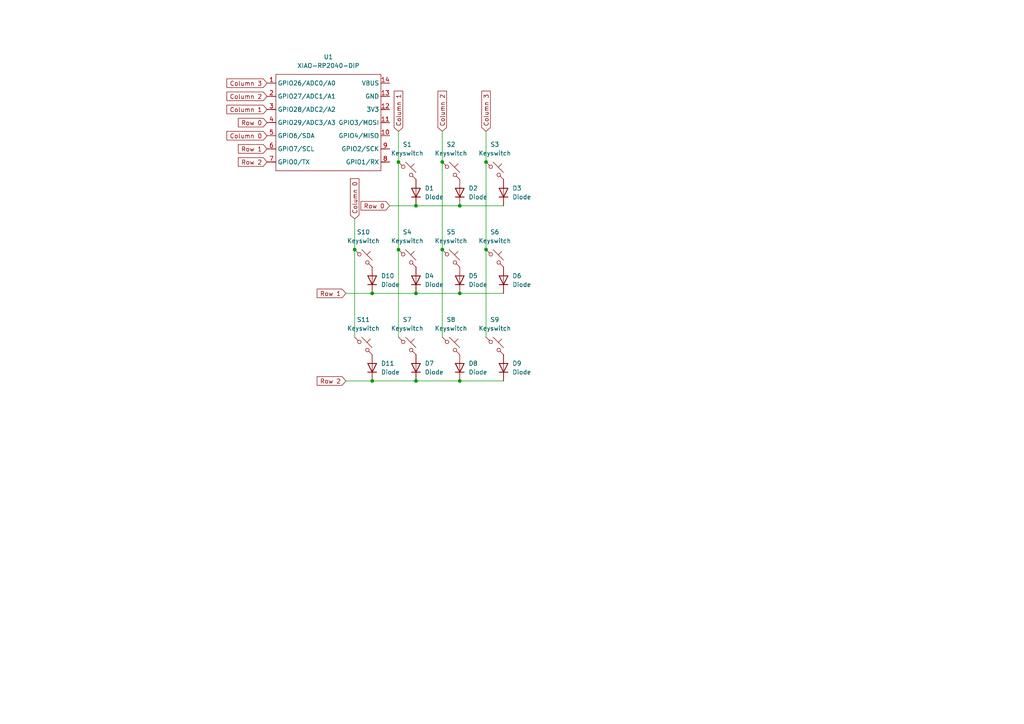
<source format=kicad_sch>
(kicad_sch
	(version 20231120)
	(generator "eeschema")
	(generator_version "8.0")
	(uuid "aa8b1f53-7026-4ed3-9d0f-7cfd843c942f")
	(paper "A4")
	(title_block
		(title "Hackpad v2 - Macropad")
		(rev "1")
		(company "sidsenthilexe")
	)
	(lib_symbols
		(symbol "ScottoKeebs:Placeholder_Diode"
			(pin_numbers hide)
			(pin_names hide)
			(exclude_from_sim no)
			(in_bom yes)
			(on_board yes)
			(property "Reference" "D"
				(at 0 2.54 0)
				(effects
					(font
						(size 1.27 1.27)
					)
				)
			)
			(property "Value" "Diode"
				(at 0 -2.54 0)
				(effects
					(font
						(size 1.27 1.27)
					)
				)
			)
			(property "Footprint" ""
				(at 0 0 0)
				(effects
					(font
						(size 1.27 1.27)
					)
					(hide yes)
				)
			)
			(property "Datasheet" ""
				(at 0 0 0)
				(effects
					(font
						(size 1.27 1.27)
					)
					(hide yes)
				)
			)
			(property "Description" "1N4148 (DO-35) or 1N4148W (SOD-123)"
				(at 0 0 0)
				(effects
					(font
						(size 1.27 1.27)
					)
					(hide yes)
				)
			)
			(property "Sim.Device" "D"
				(at 0 0 0)
				(effects
					(font
						(size 1.27 1.27)
					)
					(hide yes)
				)
			)
			(property "Sim.Pins" "1=K 2=A"
				(at 0 0 0)
				(effects
					(font
						(size 1.27 1.27)
					)
					(hide yes)
				)
			)
			(property "ki_keywords" "diode"
				(at 0 0 0)
				(effects
					(font
						(size 1.27 1.27)
					)
					(hide yes)
				)
			)
			(property "ki_fp_filters" "D*DO?35*"
				(at 0 0 0)
				(effects
					(font
						(size 1.27 1.27)
					)
					(hide yes)
				)
			)
			(symbol "Placeholder_Diode_0_1"
				(polyline
					(pts
						(xy -1.27 1.27) (xy -1.27 -1.27)
					)
					(stroke
						(width 0.254)
						(type default)
					)
					(fill
						(type none)
					)
				)
				(polyline
					(pts
						(xy 1.27 0) (xy -1.27 0)
					)
					(stroke
						(width 0)
						(type default)
					)
					(fill
						(type none)
					)
				)
				(polyline
					(pts
						(xy 1.27 1.27) (xy 1.27 -1.27) (xy -1.27 0) (xy 1.27 1.27)
					)
					(stroke
						(width 0.254)
						(type default)
					)
					(fill
						(type none)
					)
				)
			)
			(symbol "Placeholder_Diode_1_1"
				(pin passive line
					(at -3.81 0 0)
					(length 2.54)
					(name "K"
						(effects
							(font
								(size 1.27 1.27)
							)
						)
					)
					(number "1"
						(effects
							(font
								(size 1.27 1.27)
							)
						)
					)
				)
				(pin passive line
					(at 3.81 0 180)
					(length 2.54)
					(name "A"
						(effects
							(font
								(size 1.27 1.27)
							)
						)
					)
					(number "2"
						(effects
							(font
								(size 1.27 1.27)
							)
						)
					)
				)
			)
		)
		(symbol "ScottoKeebs:Placeholder_Keyswitch"
			(pin_numbers hide)
			(pin_names
				(offset 1.016) hide)
			(exclude_from_sim no)
			(in_bom yes)
			(on_board yes)
			(property "Reference" "S"
				(at 3.048 1.016 0)
				(effects
					(font
						(size 1.27 1.27)
					)
					(justify left)
				)
			)
			(property "Value" "Keyswitch"
				(at 0 -3.81 0)
				(effects
					(font
						(size 1.27 1.27)
					)
				)
			)
			(property "Footprint" ""
				(at 0 0 0)
				(effects
					(font
						(size 1.27 1.27)
					)
					(hide yes)
				)
			)
			(property "Datasheet" "~"
				(at 0 0 0)
				(effects
					(font
						(size 1.27 1.27)
					)
					(hide yes)
				)
			)
			(property "Description" "Push button switch, normally open, two pins, 45° tilted"
				(at 0 0 0)
				(effects
					(font
						(size 1.27 1.27)
					)
					(hide yes)
				)
			)
			(property "ki_keywords" "switch normally-open pushbutton push-button"
				(at 0 0 0)
				(effects
					(font
						(size 1.27 1.27)
					)
					(hide yes)
				)
			)
			(symbol "Placeholder_Keyswitch_0_1"
				(circle
					(center -1.1684 1.1684)
					(radius 0.508)
					(stroke
						(width 0)
						(type default)
					)
					(fill
						(type none)
					)
				)
				(polyline
					(pts
						(xy -0.508 2.54) (xy 2.54 -0.508)
					)
					(stroke
						(width 0)
						(type default)
					)
					(fill
						(type none)
					)
				)
				(polyline
					(pts
						(xy 1.016 1.016) (xy 2.032 2.032)
					)
					(stroke
						(width 0)
						(type default)
					)
					(fill
						(type none)
					)
				)
				(polyline
					(pts
						(xy -2.54 2.54) (xy -1.524 1.524) (xy -1.524 1.524)
					)
					(stroke
						(width 0)
						(type default)
					)
					(fill
						(type none)
					)
				)
				(polyline
					(pts
						(xy 1.524 -1.524) (xy 2.54 -2.54) (xy 2.54 -2.54) (xy 2.54 -2.54)
					)
					(stroke
						(width 0)
						(type default)
					)
					(fill
						(type none)
					)
				)
				(circle
					(center 1.143 -1.1938)
					(radius 0.508)
					(stroke
						(width 0)
						(type default)
					)
					(fill
						(type none)
					)
				)
				(pin passive line
					(at -2.54 2.54 0)
					(length 0)
					(name "1"
						(effects
							(font
								(size 1.27 1.27)
							)
						)
					)
					(number "1"
						(effects
							(font
								(size 1.27 1.27)
							)
						)
					)
				)
				(pin passive line
					(at 2.54 -2.54 180)
					(length 0)
					(name "2"
						(effects
							(font
								(size 1.27 1.27)
							)
						)
					)
					(number "2"
						(effects
							(font
								(size 1.27 1.27)
							)
						)
					)
				)
			)
		)
		(symbol "Seeed_Studio_XIAO_Series:XIAO-RP2040-DIP"
			(exclude_from_sim no)
			(in_bom yes)
			(on_board yes)
			(property "Reference" "U"
				(at 0 0 0)
				(effects
					(font
						(size 1.27 1.27)
					)
				)
			)
			(property "Value" "XIAO-RP2040-DIP"
				(at 5.334 -1.778 0)
				(effects
					(font
						(size 1.27 1.27)
					)
				)
			)
			(property "Footprint" "Module:MOUDLE14P-XIAO-DIP-SMD"
				(at 14.478 -32.258 0)
				(effects
					(font
						(size 1.27 1.27)
					)
					(hide yes)
				)
			)
			(property "Datasheet" ""
				(at 0 0 0)
				(effects
					(font
						(size 1.27 1.27)
					)
					(hide yes)
				)
			)
			(property "Description" ""
				(at 0 0 0)
				(effects
					(font
						(size 1.27 1.27)
					)
					(hide yes)
				)
			)
			(symbol "XIAO-RP2040-DIP_1_0"
				(polyline
					(pts
						(xy -1.27 -30.48) (xy -1.27 -16.51)
					)
					(stroke
						(width 0.1524)
						(type solid)
					)
					(fill
						(type none)
					)
				)
				(polyline
					(pts
						(xy -1.27 -27.94) (xy -2.54 -27.94)
					)
					(stroke
						(width 0.1524)
						(type solid)
					)
					(fill
						(type none)
					)
				)
				(polyline
					(pts
						(xy -1.27 -24.13) (xy -2.54 -24.13)
					)
					(stroke
						(width 0.1524)
						(type solid)
					)
					(fill
						(type none)
					)
				)
				(polyline
					(pts
						(xy -1.27 -20.32) (xy -2.54 -20.32)
					)
					(stroke
						(width 0.1524)
						(type solid)
					)
					(fill
						(type none)
					)
				)
				(polyline
					(pts
						(xy -1.27 -16.51) (xy -2.54 -16.51)
					)
					(stroke
						(width 0.1524)
						(type solid)
					)
					(fill
						(type none)
					)
				)
				(polyline
					(pts
						(xy -1.27 -16.51) (xy -1.27 -12.7)
					)
					(stroke
						(width 0.1524)
						(type solid)
					)
					(fill
						(type none)
					)
				)
				(polyline
					(pts
						(xy -1.27 -12.7) (xy -2.54 -12.7)
					)
					(stroke
						(width 0.1524)
						(type solid)
					)
					(fill
						(type none)
					)
				)
				(polyline
					(pts
						(xy -1.27 -12.7) (xy -1.27 -8.89)
					)
					(stroke
						(width 0.1524)
						(type solid)
					)
					(fill
						(type none)
					)
				)
				(polyline
					(pts
						(xy -1.27 -8.89) (xy -2.54 -8.89)
					)
					(stroke
						(width 0.1524)
						(type solid)
					)
					(fill
						(type none)
					)
				)
				(polyline
					(pts
						(xy -1.27 -8.89) (xy -1.27 -5.08)
					)
					(stroke
						(width 0.1524)
						(type solid)
					)
					(fill
						(type none)
					)
				)
				(polyline
					(pts
						(xy -1.27 -5.08) (xy -2.54 -5.08)
					)
					(stroke
						(width 0.1524)
						(type solid)
					)
					(fill
						(type none)
					)
				)
				(polyline
					(pts
						(xy -1.27 -5.08) (xy -1.27 -2.54)
					)
					(stroke
						(width 0.1524)
						(type solid)
					)
					(fill
						(type none)
					)
				)
				(polyline
					(pts
						(xy -1.27 -2.54) (xy 29.21 -2.54)
					)
					(stroke
						(width 0.1524)
						(type solid)
					)
					(fill
						(type none)
					)
				)
				(polyline
					(pts
						(xy 29.21 -30.48) (xy -1.27 -30.48)
					)
					(stroke
						(width 0.1524)
						(type solid)
					)
					(fill
						(type none)
					)
				)
				(polyline
					(pts
						(xy 29.21 -12.7) (xy 29.21 -30.48)
					)
					(stroke
						(width 0.1524)
						(type solid)
					)
					(fill
						(type none)
					)
				)
				(polyline
					(pts
						(xy 29.21 -8.89) (xy 29.21 -12.7)
					)
					(stroke
						(width 0.1524)
						(type solid)
					)
					(fill
						(type none)
					)
				)
				(polyline
					(pts
						(xy 29.21 -5.08) (xy 29.21 -8.89)
					)
					(stroke
						(width 0.1524)
						(type solid)
					)
					(fill
						(type none)
					)
				)
				(polyline
					(pts
						(xy 29.21 -2.54) (xy 29.21 -5.08)
					)
					(stroke
						(width 0.1524)
						(type solid)
					)
					(fill
						(type none)
					)
				)
				(polyline
					(pts
						(xy 30.48 -27.94) (xy 29.21 -27.94)
					)
					(stroke
						(width 0.1524)
						(type solid)
					)
					(fill
						(type none)
					)
				)
				(polyline
					(pts
						(xy 30.48 -24.13) (xy 29.21 -24.13)
					)
					(stroke
						(width 0.1524)
						(type solid)
					)
					(fill
						(type none)
					)
				)
				(polyline
					(pts
						(xy 30.48 -20.32) (xy 29.21 -20.32)
					)
					(stroke
						(width 0.1524)
						(type solid)
					)
					(fill
						(type none)
					)
				)
				(polyline
					(pts
						(xy 30.48 -16.51) (xy 29.21 -16.51)
					)
					(stroke
						(width 0.1524)
						(type solid)
					)
					(fill
						(type none)
					)
				)
				(polyline
					(pts
						(xy 30.48 -12.7) (xy 29.21 -12.7)
					)
					(stroke
						(width 0.1524)
						(type solid)
					)
					(fill
						(type none)
					)
				)
				(polyline
					(pts
						(xy 30.48 -8.89) (xy 29.21 -8.89)
					)
					(stroke
						(width 0.1524)
						(type solid)
					)
					(fill
						(type none)
					)
				)
				(polyline
					(pts
						(xy 30.48 -5.08) (xy 29.21 -5.08)
					)
					(stroke
						(width 0.1524)
						(type solid)
					)
					(fill
						(type none)
					)
				)
				(pin passive line
					(at -3.81 -5.08 0)
					(length 2.54)
					(name "GPIO26/ADC0/A0"
						(effects
							(font
								(size 1.27 1.27)
							)
						)
					)
					(number "1"
						(effects
							(font
								(size 1.27 1.27)
							)
						)
					)
				)
				(pin passive line
					(at 31.75 -20.32 180)
					(length 2.54)
					(name "GPIO4/MISO"
						(effects
							(font
								(size 1.27 1.27)
							)
						)
					)
					(number "10"
						(effects
							(font
								(size 1.27 1.27)
							)
						)
					)
				)
				(pin passive line
					(at 31.75 -16.51 180)
					(length 2.54)
					(name "GPIO3/MOSI"
						(effects
							(font
								(size 1.27 1.27)
							)
						)
					)
					(number "11"
						(effects
							(font
								(size 1.27 1.27)
							)
						)
					)
				)
				(pin passive line
					(at 31.75 -12.7 180)
					(length 2.54)
					(name "3V3"
						(effects
							(font
								(size 1.27 1.27)
							)
						)
					)
					(number "12"
						(effects
							(font
								(size 1.27 1.27)
							)
						)
					)
				)
				(pin passive line
					(at 31.75 -8.89 180)
					(length 2.54)
					(name "GND"
						(effects
							(font
								(size 1.27 1.27)
							)
						)
					)
					(number "13"
						(effects
							(font
								(size 1.27 1.27)
							)
						)
					)
				)
				(pin passive line
					(at 31.75 -5.08 180)
					(length 2.54)
					(name "VBUS"
						(effects
							(font
								(size 1.27 1.27)
							)
						)
					)
					(number "14"
						(effects
							(font
								(size 1.27 1.27)
							)
						)
					)
				)
				(pin passive line
					(at -3.81 -8.89 0)
					(length 2.54)
					(name "GPIO27/ADC1/A1"
						(effects
							(font
								(size 1.27 1.27)
							)
						)
					)
					(number "2"
						(effects
							(font
								(size 1.27 1.27)
							)
						)
					)
				)
				(pin passive line
					(at -3.81 -12.7 0)
					(length 2.54)
					(name "GPIO28/ADC2/A2"
						(effects
							(font
								(size 1.27 1.27)
							)
						)
					)
					(number "3"
						(effects
							(font
								(size 1.27 1.27)
							)
						)
					)
				)
				(pin passive line
					(at -3.81 -16.51 0)
					(length 2.54)
					(name "GPIO29/ADC3/A3"
						(effects
							(font
								(size 1.27 1.27)
							)
						)
					)
					(number "4"
						(effects
							(font
								(size 1.27 1.27)
							)
						)
					)
				)
				(pin passive line
					(at -3.81 -20.32 0)
					(length 2.54)
					(name "GPIO6/SDA"
						(effects
							(font
								(size 1.27 1.27)
							)
						)
					)
					(number "5"
						(effects
							(font
								(size 1.27 1.27)
							)
						)
					)
				)
				(pin passive line
					(at -3.81 -24.13 0)
					(length 2.54)
					(name "GPIO7/SCL"
						(effects
							(font
								(size 1.27 1.27)
							)
						)
					)
					(number "6"
						(effects
							(font
								(size 1.27 1.27)
							)
						)
					)
				)
				(pin passive line
					(at -3.81 -27.94 0)
					(length 2.54)
					(name "GPIO0/TX"
						(effects
							(font
								(size 1.27 1.27)
							)
						)
					)
					(number "7"
						(effects
							(font
								(size 1.27 1.27)
							)
						)
					)
				)
				(pin passive line
					(at 31.75 -27.94 180)
					(length 2.54)
					(name "GPIO1/RX"
						(effects
							(font
								(size 1.27 1.27)
							)
						)
					)
					(number "8"
						(effects
							(font
								(size 1.27 1.27)
							)
						)
					)
				)
				(pin passive line
					(at 31.75 -24.13 180)
					(length 2.54)
					(name "GPIO2/SCK"
						(effects
							(font
								(size 1.27 1.27)
							)
						)
					)
					(number "9"
						(effects
							(font
								(size 1.27 1.27)
							)
						)
					)
				)
			)
		)
	)
	(junction
		(at 120.65 59.69)
		(diameter 0)
		(color 0 0 0 0)
		(uuid "1aa4bf0a-71e7-48b7-a35f-8550e1259580")
	)
	(junction
		(at 107.95 85.09)
		(diameter 0)
		(color 0 0 0 0)
		(uuid "1fa13881-2ac5-4337-acf4-c2318c7b6f6b")
	)
	(junction
		(at 133.35 110.49)
		(diameter 0)
		(color 0 0 0 0)
		(uuid "22e3bb13-c240-4556-b02b-6f52075faa28")
	)
	(junction
		(at 102.87 72.39)
		(diameter 0)
		(color 0 0 0 0)
		(uuid "2462519a-d7b9-4f09-acd2-df33178b11a1")
	)
	(junction
		(at 128.27 72.39)
		(diameter 0)
		(color 0 0 0 0)
		(uuid "3c75ce68-8bca-464b-ae92-8c3fb8132ea8")
	)
	(junction
		(at 140.97 72.39)
		(diameter 0)
		(color 0 0 0 0)
		(uuid "8034eb9a-b67e-444b-a002-d7085d6916cf")
	)
	(junction
		(at 115.57 46.99)
		(diameter 0)
		(color 0 0 0 0)
		(uuid "9e9fd109-6c2f-41a6-b4b1-68237f6875b2")
	)
	(junction
		(at 120.65 110.49)
		(diameter 0)
		(color 0 0 0 0)
		(uuid "b43af174-9c07-45ab-b37b-40cc249cc85d")
	)
	(junction
		(at 133.35 59.69)
		(diameter 0)
		(color 0 0 0 0)
		(uuid "b60596d1-16cf-4a0e-903e-f95fb2f22757")
	)
	(junction
		(at 133.35 85.09)
		(diameter 0)
		(color 0 0 0 0)
		(uuid "c225f611-ff2c-40b6-9b3b-db4a5aa23698")
	)
	(junction
		(at 120.65 85.09)
		(diameter 0)
		(color 0 0 0 0)
		(uuid "c6422188-506c-417b-b6f9-a9b0f8e67c08")
	)
	(junction
		(at 140.97 46.99)
		(diameter 0)
		(color 0 0 0 0)
		(uuid "cea2d8cf-5793-43ca-ae29-b2009a978adf")
	)
	(junction
		(at 115.57 72.39)
		(diameter 0)
		(color 0 0 0 0)
		(uuid "e2737ce5-7ebf-432f-9d76-9ec209692a4a")
	)
	(junction
		(at 128.27 46.99)
		(diameter 0)
		(color 0 0 0 0)
		(uuid "ebd2feed-79d0-46f5-a49f-6979359c9bc5")
	)
	(junction
		(at 107.95 110.49)
		(diameter 0)
		(color 0 0 0 0)
		(uuid "fcd243e7-def7-4afb-a8c8-28b214864187")
	)
	(wire
		(pts
			(xy 120.65 59.69) (xy 133.35 59.69)
		)
		(stroke
			(width 0)
			(type default)
		)
		(uuid "0374afb8-41d8-4c78-86d6-236239966fb4")
	)
	(wire
		(pts
			(xy 120.65 110.49) (xy 133.35 110.49)
		)
		(stroke
			(width 0)
			(type default)
		)
		(uuid "0442b29d-fc71-48e8-9c2c-2996f3f07f42")
	)
	(wire
		(pts
			(xy 115.57 46.99) (xy 115.57 72.39)
		)
		(stroke
			(width 0)
			(type default)
		)
		(uuid "10ce7188-ce6b-4f17-a217-9177a1e9ba1f")
	)
	(wire
		(pts
			(xy 140.97 72.39) (xy 140.97 97.79)
		)
		(stroke
			(width 0)
			(type default)
		)
		(uuid "12d195a0-5786-447e-a6d8-f4889747dddc")
	)
	(wire
		(pts
			(xy 133.35 59.69) (xy 146.05 59.69)
		)
		(stroke
			(width 0)
			(type default)
		)
		(uuid "1b666e79-b6b9-4fe4-9c87-904c7ff5c5e3")
	)
	(wire
		(pts
			(xy 102.87 72.39) (xy 102.87 97.79)
		)
		(stroke
			(width 0)
			(type default)
		)
		(uuid "2e8a0aca-5536-456a-9743-5bde42b56835")
	)
	(wire
		(pts
			(xy 115.57 38.1) (xy 115.57 46.99)
		)
		(stroke
			(width 0)
			(type default)
		)
		(uuid "2f477ce5-b374-40e3-8164-1b505099f334")
	)
	(wire
		(pts
			(xy 107.95 85.09) (xy 120.65 85.09)
		)
		(stroke
			(width 0)
			(type default)
		)
		(uuid "5250b40b-80f2-4276-a7c7-073055058353")
	)
	(wire
		(pts
			(xy 102.87 63.5) (xy 102.87 72.39)
		)
		(stroke
			(width 0)
			(type default)
		)
		(uuid "55cba9c2-e7ca-4ff2-9b69-6a201da3bac4")
	)
	(wire
		(pts
			(xy 128.27 46.99) (xy 128.27 72.39)
		)
		(stroke
			(width 0)
			(type default)
		)
		(uuid "58785dcf-492c-4bf4-a95e-4f7af4d264bf")
	)
	(wire
		(pts
			(xy 128.27 38.1) (xy 128.27 46.99)
		)
		(stroke
			(width 0)
			(type default)
		)
		(uuid "6a2694cb-dac7-4ed8-9d43-70a50b1a2888")
	)
	(wire
		(pts
			(xy 115.57 72.39) (xy 115.57 97.79)
		)
		(stroke
			(width 0)
			(type default)
		)
		(uuid "70dfbfc5-ef0d-47e0-9afe-032b93ce8073")
	)
	(wire
		(pts
			(xy 133.35 85.09) (xy 146.05 85.09)
		)
		(stroke
			(width 0)
			(type default)
		)
		(uuid "76f37f09-c77e-4491-a1e4-c4952cae4fe6")
	)
	(wire
		(pts
			(xy 140.97 46.99) (xy 140.97 72.39)
		)
		(stroke
			(width 0)
			(type default)
		)
		(uuid "78aa3071-60cc-4e92-8659-007d5e88a265")
	)
	(wire
		(pts
			(xy 100.33 85.09) (xy 107.95 85.09)
		)
		(stroke
			(width 0)
			(type default)
		)
		(uuid "7f63c1b6-b201-4653-a187-1bce7f839c10")
	)
	(wire
		(pts
			(xy 100.33 110.49) (xy 107.95 110.49)
		)
		(stroke
			(width 0)
			(type default)
		)
		(uuid "8bb1b171-dfdc-4945-8878-6a07d9503887")
	)
	(wire
		(pts
			(xy 128.27 72.39) (xy 128.27 97.79)
		)
		(stroke
			(width 0)
			(type default)
		)
		(uuid "94c25146-d116-493d-982e-7825d59d7b11")
	)
	(wire
		(pts
			(xy 140.97 38.1) (xy 140.97 46.99)
		)
		(stroke
			(width 0)
			(type default)
		)
		(uuid "95ae5ef3-4c57-4b7f-b518-12c40c66ac64")
	)
	(wire
		(pts
			(xy 133.35 110.49) (xy 146.05 110.49)
		)
		(stroke
			(width 0)
			(type default)
		)
		(uuid "acd2ef91-1390-4a32-b426-a81ea4045762")
	)
	(wire
		(pts
			(xy 120.65 85.09) (xy 133.35 85.09)
		)
		(stroke
			(width 0)
			(type default)
		)
		(uuid "b16a7163-6898-417c-ab6b-5216be405e20")
	)
	(wire
		(pts
			(xy 113.03 59.69) (xy 120.65 59.69)
		)
		(stroke
			(width 0)
			(type default)
		)
		(uuid "ccabcdc9-cf26-43d2-9124-3691dda53f2c")
	)
	(wire
		(pts
			(xy 107.95 110.49) (xy 120.65 110.49)
		)
		(stroke
			(width 0)
			(type default)
		)
		(uuid "ec49dc2b-f517-4047-9083-90986293cf93")
	)
	(global_label "Row 0"
		(shape input)
		(at 113.03 59.69 180)
		(fields_autoplaced yes)
		(effects
			(font
				(size 1.27 1.27)
			)
			(justify right)
		)
		(uuid "03ecc0fb-7fa9-4d1a-80de-a8fa81c80f03")
		(property "Intersheetrefs" "${INTERSHEET_REFS}"
			(at 104.1182 59.69 0)
			(effects
				(font
					(size 1.27 1.27)
				)
				(justify right)
				(hide yes)
			)
		)
	)
	(global_label "Column 2"
		(shape input)
		(at 128.27 38.1 90)
		(fields_autoplaced yes)
		(effects
			(font
				(size 1.27 1.27)
			)
			(justify left)
		)
		(uuid "1fbce837-fc42-42f4-805a-27e921448e5b")
		(property "Intersheetrefs" "${INTERSHEET_REFS}"
			(at 128.27 25.8622 90)
			(effects
				(font
					(size 1.27 1.27)
				)
				(justify left)
				(hide yes)
			)
		)
	)
	(global_label "Column 3"
		(shape input)
		(at 77.47 24.13 180)
		(fields_autoplaced yes)
		(effects
			(font
				(size 1.27 1.27)
			)
			(justify right)
		)
		(uuid "27c0a1c9-b56d-437f-93a6-27ab7c292263")
		(property "Intersheetrefs" "${INTERSHEET_REFS}"
			(at 65.2322 24.13 0)
			(effects
				(font
					(size 1.27 1.27)
				)
				(justify right)
				(hide yes)
			)
		)
	)
	(global_label "Column 3"
		(shape input)
		(at 140.97 38.1 90)
		(fields_autoplaced yes)
		(effects
			(font
				(size 1.27 1.27)
			)
			(justify left)
		)
		(uuid "30a28248-363d-4487-84c4-a6257376b85d")
		(property "Intersheetrefs" "${INTERSHEET_REFS}"
			(at 140.97 25.8622 90)
			(effects
				(font
					(size 1.27 1.27)
				)
				(justify left)
				(hide yes)
			)
		)
	)
	(global_label "Column 0"
		(shape input)
		(at 77.47 39.37 180)
		(fields_autoplaced yes)
		(effects
			(font
				(size 1.27 1.27)
			)
			(justify right)
		)
		(uuid "3131ae44-b681-473a-802a-e12d781965c3")
		(property "Intersheetrefs" "${INTERSHEET_REFS}"
			(at 65.2322 39.37 0)
			(effects
				(font
					(size 1.27 1.27)
				)
				(justify right)
				(hide yes)
			)
		)
	)
	(global_label "Column 0"
		(shape input)
		(at 102.87 63.5 90)
		(fields_autoplaced yes)
		(effects
			(font
				(size 1.27 1.27)
			)
			(justify left)
		)
		(uuid "4c0d5d4b-95e3-486c-bca6-48ce9b365bb8")
		(property "Intersheetrefs" "${INTERSHEET_REFS}"
			(at 102.87 51.2622 90)
			(effects
				(font
					(size 1.27 1.27)
				)
				(justify left)
				(hide yes)
			)
		)
	)
	(global_label "Row 2"
		(shape input)
		(at 77.47 46.99 180)
		(fields_autoplaced yes)
		(effects
			(font
				(size 1.27 1.27)
			)
			(justify right)
		)
		(uuid "89acfda5-db6a-40f9-a177-3a46c34a6104")
		(property "Intersheetrefs" "${INTERSHEET_REFS}"
			(at 68.5582 46.99 0)
			(effects
				(font
					(size 1.27 1.27)
				)
				(justify right)
				(hide yes)
			)
		)
	)
	(global_label "Row 0"
		(shape input)
		(at 77.47 35.56 180)
		(fields_autoplaced yes)
		(effects
			(font
				(size 1.27 1.27)
			)
			(justify right)
		)
		(uuid "90b87c37-7ab6-41fb-b940-b88cf3122f47")
		(property "Intersheetrefs" "${INTERSHEET_REFS}"
			(at 68.5582 35.56 0)
			(effects
				(font
					(size 1.27 1.27)
				)
				(justify right)
				(hide yes)
			)
		)
	)
	(global_label "Column 1"
		(shape input)
		(at 115.57 38.1 90)
		(fields_autoplaced yes)
		(effects
			(font
				(size 1.27 1.27)
			)
			(justify left)
		)
		(uuid "90eff482-9773-4288-8c1a-1d52cd1d0768")
		(property "Intersheetrefs" "${INTERSHEET_REFS}"
			(at 115.57 25.8622 90)
			(effects
				(font
					(size 1.27 1.27)
				)
				(justify left)
				(hide yes)
			)
		)
	)
	(global_label "Column 2"
		(shape input)
		(at 77.47 27.94 180)
		(fields_autoplaced yes)
		(effects
			(font
				(size 1.27 1.27)
			)
			(justify right)
		)
		(uuid "a7402476-e9bd-4574-b67d-6909aaddd86d")
		(property "Intersheetrefs" "${INTERSHEET_REFS}"
			(at 65.2322 27.94 0)
			(effects
				(font
					(size 1.27 1.27)
				)
				(justify right)
				(hide yes)
			)
		)
	)
	(global_label "Column 1"
		(shape input)
		(at 77.47 31.75 180)
		(fields_autoplaced yes)
		(effects
			(font
				(size 1.27 1.27)
			)
			(justify right)
		)
		(uuid "ac9ee3ea-a001-4fce-83f7-78017c692bc5")
		(property "Intersheetrefs" "${INTERSHEET_REFS}"
			(at 65.2322 31.75 0)
			(effects
				(font
					(size 1.27 1.27)
				)
				(justify right)
				(hide yes)
			)
		)
	)
	(global_label "Row 1"
		(shape input)
		(at 100.33 85.09 180)
		(fields_autoplaced yes)
		(effects
			(font
				(size 1.27 1.27)
			)
			(justify right)
		)
		(uuid "dfd028a2-ce30-4999-a3be-6bb9d9f12bdc")
		(property "Intersheetrefs" "${INTERSHEET_REFS}"
			(at 91.4182 85.09 0)
			(effects
				(font
					(size 1.27 1.27)
				)
				(justify right)
				(hide yes)
			)
		)
	)
	(global_label "Row 2"
		(shape input)
		(at 100.33 110.49 180)
		(fields_autoplaced yes)
		(effects
			(font
				(size 1.27 1.27)
			)
			(justify right)
		)
		(uuid "ebb13e4b-c7c1-485a-be9a-ed7d6cfea49f")
		(property "Intersheetrefs" "${INTERSHEET_REFS}"
			(at 91.4182 110.49 0)
			(effects
				(font
					(size 1.27 1.27)
				)
				(justify right)
				(hide yes)
			)
		)
	)
	(global_label "Row 1"
		(shape input)
		(at 77.47 43.18 180)
		(fields_autoplaced yes)
		(effects
			(font
				(size 1.27 1.27)
			)
			(justify right)
		)
		(uuid "ff5b0619-7130-409e-893d-16db91fba7bd")
		(property "Intersheetrefs" "${INTERSHEET_REFS}"
			(at 68.5582 43.18 0)
			(effects
				(font
					(size 1.27 1.27)
				)
				(justify right)
				(hide yes)
			)
		)
	)
	(symbol
		(lib_id "ScottoKeebs:Placeholder_Keyswitch")
		(at 118.11 74.93 0)
		(unit 1)
		(exclude_from_sim no)
		(in_bom yes)
		(on_board yes)
		(dnp no)
		(fields_autoplaced yes)
		(uuid "057bfc5d-ad58-43f4-9f95-9549c3f7d7cf")
		(property "Reference" "S4"
			(at 118.11 67.31 0)
			(effects
				(font
					(size 1.27 1.27)
				)
			)
		)
		(property "Value" "Keyswitch"
			(at 118.11 69.85 0)
			(effects
				(font
					(size 1.27 1.27)
				)
			)
		)
		(property "Footprint" "ScottoKeebs_MX:MX_PCB_1.00u"
			(at 118.11 74.93 0)
			(effects
				(font
					(size 1.27 1.27)
				)
				(hide yes)
			)
		)
		(property "Datasheet" "~"
			(at 118.11 74.93 0)
			(effects
				(font
					(size 1.27 1.27)
				)
				(hide yes)
			)
		)
		(property "Description" "Push button switch, normally open, two pins, 45° tilted"
			(at 118.11 74.93 0)
			(effects
				(font
					(size 1.27 1.27)
				)
				(hide yes)
			)
		)
		(pin "1"
			(uuid "1dac6a19-bdd4-48f2-9ad2-7143cc3376ad")
		)
		(pin "2"
			(uuid "57e5881d-f081-4737-a96e-12a0d6354ba4")
		)
		(instances
			(project "hackpad_macro"
				(path "/aa8b1f53-7026-4ed3-9d0f-7cfd843c942f"
					(reference "S4")
					(unit 1)
				)
			)
		)
	)
	(symbol
		(lib_id "ScottoKeebs:Placeholder_Diode")
		(at 133.35 106.68 90)
		(unit 1)
		(exclude_from_sim no)
		(in_bom yes)
		(on_board yes)
		(dnp no)
		(fields_autoplaced yes)
		(uuid "06e93b29-cfe8-4591-8ace-e814ee3f45bd")
		(property "Reference" "D8"
			(at 135.89 105.4099 90)
			(effects
				(font
					(size 1.27 1.27)
				)
				(justify right)
			)
		)
		(property "Value" "Diode"
			(at 135.89 107.9499 90)
			(effects
				(font
					(size 1.27 1.27)
				)
				(justify right)
			)
		)
		(property "Footprint" "ScottoKeebs_Components:Diode_DO-35"
			(at 133.35 106.68 0)
			(effects
				(font
					(size 1.27 1.27)
				)
				(hide yes)
			)
		)
		(property "Datasheet" ""
			(at 133.35 106.68 0)
			(effects
				(font
					(size 1.27 1.27)
				)
				(hide yes)
			)
		)
		(property "Description" "1N4148 (DO-35) or 1N4148W (SOD-123)"
			(at 133.35 106.68 0)
			(effects
				(font
					(size 1.27 1.27)
				)
				(hide yes)
			)
		)
		(property "Sim.Device" "D"
			(at 133.35 106.68 0)
			(effects
				(font
					(size 1.27 1.27)
				)
				(hide yes)
			)
		)
		(property "Sim.Pins" "1=K 2=A"
			(at 133.35 106.68 0)
			(effects
				(font
					(size 1.27 1.27)
				)
				(hide yes)
			)
		)
		(pin "2"
			(uuid "f9a7efac-aafc-4574-82d6-3395f1dbde35")
		)
		(pin "1"
			(uuid "dcb7122e-15a9-49fd-8755-23112d3f4cf5")
		)
		(instances
			(project "hackpad_macro"
				(path "/aa8b1f53-7026-4ed3-9d0f-7cfd843c942f"
					(reference "D8")
					(unit 1)
				)
			)
		)
	)
	(symbol
		(lib_id "ScottoKeebs:Placeholder_Keyswitch")
		(at 143.51 74.93 0)
		(unit 1)
		(exclude_from_sim no)
		(in_bom yes)
		(on_board yes)
		(dnp no)
		(fields_autoplaced yes)
		(uuid "0e2b1803-9b02-47f4-956c-1aa498a9a1d1")
		(property "Reference" "S6"
			(at 143.51 67.31 0)
			(effects
				(font
					(size 1.27 1.27)
				)
			)
		)
		(property "Value" "Keyswitch"
			(at 143.51 69.85 0)
			(effects
				(font
					(size 1.27 1.27)
				)
			)
		)
		(property "Footprint" "ScottoKeebs_MX:MX_PCB_1.00u"
			(at 143.51 74.93 0)
			(effects
				(font
					(size 1.27 1.27)
				)
				(hide yes)
			)
		)
		(property "Datasheet" "~"
			(at 143.51 74.93 0)
			(effects
				(font
					(size 1.27 1.27)
				)
				(hide yes)
			)
		)
		(property "Description" "Push button switch, normally open, two pins, 45° tilted"
			(at 143.51 74.93 0)
			(effects
				(font
					(size 1.27 1.27)
				)
				(hide yes)
			)
		)
		(pin "1"
			(uuid "4795c7d6-f054-40c4-a45d-65fd48aa76c6")
		)
		(pin "2"
			(uuid "35179c9e-919e-4efb-9380-90e038f6ae82")
		)
		(instances
			(project "hackpad_macro"
				(path "/aa8b1f53-7026-4ed3-9d0f-7cfd843c942f"
					(reference "S6")
					(unit 1)
				)
			)
		)
	)
	(symbol
		(lib_id "ScottoKeebs:Placeholder_Keyswitch")
		(at 130.81 49.53 0)
		(unit 1)
		(exclude_from_sim no)
		(in_bom yes)
		(on_board yes)
		(dnp no)
		(fields_autoplaced yes)
		(uuid "107bfe32-2cff-4f2c-b8f0-cd48c90bcaf4")
		(property "Reference" "S2"
			(at 130.81 41.91 0)
			(effects
				(font
					(size 1.27 1.27)
				)
			)
		)
		(property "Value" "Keyswitch"
			(at 130.81 44.45 0)
			(effects
				(font
					(size 1.27 1.27)
				)
			)
		)
		(property "Footprint" "ScottoKeebs_MX:MX_PCB_1.00u"
			(at 130.81 49.53 0)
			(effects
				(font
					(size 1.27 1.27)
				)
				(hide yes)
			)
		)
		(property "Datasheet" "~"
			(at 130.81 49.53 0)
			(effects
				(font
					(size 1.27 1.27)
				)
				(hide yes)
			)
		)
		(property "Description" "Push button switch, normally open, two pins, 45° tilted"
			(at 130.81 49.53 0)
			(effects
				(font
					(size 1.27 1.27)
				)
				(hide yes)
			)
		)
		(pin "1"
			(uuid "c2b4228a-4d20-42d4-9600-e3f2647c48a4")
		)
		(pin "2"
			(uuid "ff3d815d-4b4c-4459-934d-af10ce977c33")
		)
		(instances
			(project "hackpad_macro"
				(path "/aa8b1f53-7026-4ed3-9d0f-7cfd843c942f"
					(reference "S2")
					(unit 1)
				)
			)
		)
	)
	(symbol
		(lib_id "ScottoKeebs:Placeholder_Diode")
		(at 120.65 55.88 90)
		(unit 1)
		(exclude_from_sim no)
		(in_bom yes)
		(on_board yes)
		(dnp no)
		(fields_autoplaced yes)
		(uuid "1cac4281-bc45-4a13-b5f2-f3ae89752d97")
		(property "Reference" "D1"
			(at 123.19 54.6099 90)
			(effects
				(font
					(size 1.27 1.27)
				)
				(justify right)
			)
		)
		(property "Value" "Diode"
			(at 123.19 57.1499 90)
			(effects
				(font
					(size 1.27 1.27)
				)
				(justify right)
			)
		)
		(property "Footprint" "ScottoKeebs_Components:Diode_DO-35"
			(at 120.65 55.88 0)
			(effects
				(font
					(size 1.27 1.27)
				)
				(hide yes)
			)
		)
		(property "Datasheet" ""
			(at 120.65 55.88 0)
			(effects
				(font
					(size 1.27 1.27)
				)
				(hide yes)
			)
		)
		(property "Description" "1N4148 (DO-35) or 1N4148W (SOD-123)"
			(at 120.65 55.88 0)
			(effects
				(font
					(size 1.27 1.27)
				)
				(hide yes)
			)
		)
		(property "Sim.Device" "D"
			(at 120.65 55.88 0)
			(effects
				(font
					(size 1.27 1.27)
				)
				(hide yes)
			)
		)
		(property "Sim.Pins" "1=K 2=A"
			(at 120.65 55.88 0)
			(effects
				(font
					(size 1.27 1.27)
				)
				(hide yes)
			)
		)
		(pin "2"
			(uuid "30b86ddc-873f-431a-bfec-56c59109ada2")
		)
		(pin "1"
			(uuid "fd49143b-da86-45a2-b87f-ae79d1eb8d3c")
		)
		(instances
			(project ""
				(path "/aa8b1f53-7026-4ed3-9d0f-7cfd843c942f"
					(reference "D1")
					(unit 1)
				)
			)
		)
	)
	(symbol
		(lib_id "ScottoKeebs:Placeholder_Diode")
		(at 133.35 55.88 90)
		(unit 1)
		(exclude_from_sim no)
		(in_bom yes)
		(on_board yes)
		(dnp no)
		(fields_autoplaced yes)
		(uuid "21af5778-0da5-4382-af30-f40c294d53b6")
		(property "Reference" "D2"
			(at 135.89 54.6099 90)
			(effects
				(font
					(size 1.27 1.27)
				)
				(justify right)
			)
		)
		(property "Value" "Diode"
			(at 135.89 57.1499 90)
			(effects
				(font
					(size 1.27 1.27)
				)
				(justify right)
			)
		)
		(property "Footprint" "ScottoKeebs_Components:Diode_DO-35"
			(at 133.35 55.88 0)
			(effects
				(font
					(size 1.27 1.27)
				)
				(hide yes)
			)
		)
		(property "Datasheet" ""
			(at 133.35 55.88 0)
			(effects
				(font
					(size 1.27 1.27)
				)
				(hide yes)
			)
		)
		(property "Description" "1N4148 (DO-35) or 1N4148W (SOD-123)"
			(at 133.35 55.88 0)
			(effects
				(font
					(size 1.27 1.27)
				)
				(hide yes)
			)
		)
		(property "Sim.Device" "D"
			(at 133.35 55.88 0)
			(effects
				(font
					(size 1.27 1.27)
				)
				(hide yes)
			)
		)
		(property "Sim.Pins" "1=K 2=A"
			(at 133.35 55.88 0)
			(effects
				(font
					(size 1.27 1.27)
				)
				(hide yes)
			)
		)
		(pin "2"
			(uuid "b9e72707-2d42-448c-9d0a-552c11005865")
		)
		(pin "1"
			(uuid "2ea01a66-ac2d-4280-80ce-cfc79f428d8f")
		)
		(instances
			(project "hackpad_macro"
				(path "/aa8b1f53-7026-4ed3-9d0f-7cfd843c942f"
					(reference "D2")
					(unit 1)
				)
			)
		)
	)
	(symbol
		(lib_id "ScottoKeebs:Placeholder_Keyswitch")
		(at 130.81 74.93 0)
		(unit 1)
		(exclude_from_sim no)
		(in_bom yes)
		(on_board yes)
		(dnp no)
		(fields_autoplaced yes)
		(uuid "24e3f994-7a3e-415f-ae44-9582f1c2779b")
		(property "Reference" "S5"
			(at 130.81 67.31 0)
			(effects
				(font
					(size 1.27 1.27)
				)
			)
		)
		(property "Value" "Keyswitch"
			(at 130.81 69.85 0)
			(effects
				(font
					(size 1.27 1.27)
				)
			)
		)
		(property "Footprint" "ScottoKeebs_MX:MX_PCB_1.00u"
			(at 130.81 74.93 0)
			(effects
				(font
					(size 1.27 1.27)
				)
				(hide yes)
			)
		)
		(property "Datasheet" "~"
			(at 130.81 74.93 0)
			(effects
				(font
					(size 1.27 1.27)
				)
				(hide yes)
			)
		)
		(property "Description" "Push button switch, normally open, two pins, 45° tilted"
			(at 130.81 74.93 0)
			(effects
				(font
					(size 1.27 1.27)
				)
				(hide yes)
			)
		)
		(pin "1"
			(uuid "19bcc7c8-3529-4b72-afce-d53b878365e5")
		)
		(pin "2"
			(uuid "45ec02e5-ac70-4c78-896c-bf165d4757ec")
		)
		(instances
			(project "hackpad_macro"
				(path "/aa8b1f53-7026-4ed3-9d0f-7cfd843c942f"
					(reference "S5")
					(unit 1)
				)
			)
		)
	)
	(symbol
		(lib_id "ScottoKeebs:Placeholder_Diode")
		(at 107.95 106.68 90)
		(unit 1)
		(exclude_from_sim no)
		(in_bom yes)
		(on_board yes)
		(dnp no)
		(fields_autoplaced yes)
		(uuid "2c29956a-e267-4b64-b24d-7cde0b522aa9")
		(property "Reference" "D11"
			(at 110.49 105.4099 90)
			(effects
				(font
					(size 1.27 1.27)
				)
				(justify right)
			)
		)
		(property "Value" "Diode"
			(at 110.49 107.9499 90)
			(effects
				(font
					(size 1.27 1.27)
				)
				(justify right)
			)
		)
		(property "Footprint" "ScottoKeebs_Components:Diode_DO-35"
			(at 107.95 106.68 0)
			(effects
				(font
					(size 1.27 1.27)
				)
				(hide yes)
			)
		)
		(property "Datasheet" ""
			(at 107.95 106.68 0)
			(effects
				(font
					(size 1.27 1.27)
				)
				(hide yes)
			)
		)
		(property "Description" "1N4148 (DO-35) or 1N4148W (SOD-123)"
			(at 107.95 106.68 0)
			(effects
				(font
					(size 1.27 1.27)
				)
				(hide yes)
			)
		)
		(property "Sim.Device" "D"
			(at 107.95 106.68 0)
			(effects
				(font
					(size 1.27 1.27)
				)
				(hide yes)
			)
		)
		(property "Sim.Pins" "1=K 2=A"
			(at 107.95 106.68 0)
			(effects
				(font
					(size 1.27 1.27)
				)
				(hide yes)
			)
		)
		(pin "2"
			(uuid "f2aad15f-34f1-41d1-9880-043e89722c6a")
		)
		(pin "1"
			(uuid "4967e98f-43a7-4040-a216-e5d88b835d8b")
		)
		(instances
			(project "hackpad_macro"
				(path "/aa8b1f53-7026-4ed3-9d0f-7cfd843c942f"
					(reference "D11")
					(unit 1)
				)
			)
		)
	)
	(symbol
		(lib_id "ScottoKeebs:Placeholder_Keyswitch")
		(at 105.41 74.93 0)
		(unit 1)
		(exclude_from_sim no)
		(in_bom yes)
		(on_board yes)
		(dnp no)
		(fields_autoplaced yes)
		(uuid "38229e16-b970-491a-8bdf-af3d610d0358")
		(property "Reference" "S10"
			(at 105.41 67.31 0)
			(effects
				(font
					(size 1.27 1.27)
				)
			)
		)
		(property "Value" "Keyswitch"
			(at 105.41 69.85 0)
			(effects
				(font
					(size 1.27 1.27)
				)
			)
		)
		(property "Footprint" "ScottoKeebs_MX:MX_PCB_1.00u"
			(at 105.41 74.93 0)
			(effects
				(font
					(size 1.27 1.27)
				)
				(hide yes)
			)
		)
		(property "Datasheet" "~"
			(at 105.41 74.93 0)
			(effects
				(font
					(size 1.27 1.27)
				)
				(hide yes)
			)
		)
		(property "Description" "Push button switch, normally open, two pins, 45° tilted"
			(at 105.41 74.93 0)
			(effects
				(font
					(size 1.27 1.27)
				)
				(hide yes)
			)
		)
		(pin "1"
			(uuid "08c8772c-9c43-4729-8aa2-4209fbd6e2d9")
		)
		(pin "2"
			(uuid "9476072f-8cad-47de-a030-b8a70bc3739c")
		)
		(instances
			(project "hackpad_macro"
				(path "/aa8b1f53-7026-4ed3-9d0f-7cfd843c942f"
					(reference "S10")
					(unit 1)
				)
			)
		)
	)
	(symbol
		(lib_id "ScottoKeebs:Placeholder_Diode")
		(at 120.65 81.28 90)
		(unit 1)
		(exclude_from_sim no)
		(in_bom yes)
		(on_board yes)
		(dnp no)
		(fields_autoplaced yes)
		(uuid "3c060592-bdb7-4c4a-8fc8-4ee9ae0724f3")
		(property "Reference" "D4"
			(at 123.19 80.0099 90)
			(effects
				(font
					(size 1.27 1.27)
				)
				(justify right)
			)
		)
		(property "Value" "Diode"
			(at 123.19 82.5499 90)
			(effects
				(font
					(size 1.27 1.27)
				)
				(justify right)
			)
		)
		(property "Footprint" "ScottoKeebs_Components:Diode_DO-35"
			(at 120.65 81.28 0)
			(effects
				(font
					(size 1.27 1.27)
				)
				(hide yes)
			)
		)
		(property "Datasheet" ""
			(at 120.65 81.28 0)
			(effects
				(font
					(size 1.27 1.27)
				)
				(hide yes)
			)
		)
		(property "Description" "1N4148 (DO-35) or 1N4148W (SOD-123)"
			(at 120.65 81.28 0)
			(effects
				(font
					(size 1.27 1.27)
				)
				(hide yes)
			)
		)
		(property "Sim.Device" "D"
			(at 120.65 81.28 0)
			(effects
				(font
					(size 1.27 1.27)
				)
				(hide yes)
			)
		)
		(property "Sim.Pins" "1=K 2=A"
			(at 120.65 81.28 0)
			(effects
				(font
					(size 1.27 1.27)
				)
				(hide yes)
			)
		)
		(pin "2"
			(uuid "0059749e-0913-48dc-ad7b-edf6e572b1d6")
		)
		(pin "1"
			(uuid "80eac2ff-0c84-436f-9ae7-b00fd7518b0f")
		)
		(instances
			(project "hackpad_macro"
				(path "/aa8b1f53-7026-4ed3-9d0f-7cfd843c942f"
					(reference "D4")
					(unit 1)
				)
			)
		)
	)
	(symbol
		(lib_id "ScottoKeebs:Placeholder_Keyswitch")
		(at 105.41 100.33 0)
		(unit 1)
		(exclude_from_sim no)
		(in_bom yes)
		(on_board yes)
		(dnp no)
		(fields_autoplaced yes)
		(uuid "4a3d0537-7965-4306-830b-71f7ca9908a0")
		(property "Reference" "S11"
			(at 105.41 92.71 0)
			(effects
				(font
					(size 1.27 1.27)
				)
			)
		)
		(property "Value" "Keyswitch"
			(at 105.41 95.25 0)
			(effects
				(font
					(size 1.27 1.27)
				)
			)
		)
		(property "Footprint" "ScottoKeebs_MX:MX_PCB_1.00u"
			(at 105.41 100.33 0)
			(effects
				(font
					(size 1.27 1.27)
				)
				(hide yes)
			)
		)
		(property "Datasheet" "~"
			(at 105.41 100.33 0)
			(effects
				(font
					(size 1.27 1.27)
				)
				(hide yes)
			)
		)
		(property "Description" "Push button switch, normally open, two pins, 45° tilted"
			(at 105.41 100.33 0)
			(effects
				(font
					(size 1.27 1.27)
				)
				(hide yes)
			)
		)
		(pin "1"
			(uuid "ff98818d-6fec-41bf-b23c-44f614053a15")
		)
		(pin "2"
			(uuid "15c5635f-ccff-4401-b113-d026d5be130c")
		)
		(instances
			(project "hackpad_macro"
				(path "/aa8b1f53-7026-4ed3-9d0f-7cfd843c942f"
					(reference "S11")
					(unit 1)
				)
			)
		)
	)
	(symbol
		(lib_id "Seeed_Studio_XIAO_Series:XIAO-RP2040-DIP")
		(at 81.28 19.05 0)
		(unit 1)
		(exclude_from_sim no)
		(in_bom yes)
		(on_board yes)
		(dnp no)
		(fields_autoplaced yes)
		(uuid "4a9adce6-dd46-45a3-b241-119c951d09fa")
		(property "Reference" "U1"
			(at 95.25 16.51 0)
			(effects
				(font
					(size 1.27 1.27)
				)
			)
		)
		(property "Value" "XIAO-RP2040-DIP"
			(at 95.25 19.05 0)
			(effects
				(font
					(size 1.27 1.27)
				)
			)
		)
		(property "Footprint" "Seeed Studio XIAO Series Library:XIAO-RP2040-DIP"
			(at 95.758 51.308 0)
			(effects
				(font
					(size 1.27 1.27)
				)
				(hide yes)
			)
		)
		(property "Datasheet" ""
			(at 81.28 19.05 0)
			(effects
				(font
					(size 1.27 1.27)
				)
				(hide yes)
			)
		)
		(property "Description" ""
			(at 81.28 19.05 0)
			(effects
				(font
					(size 1.27 1.27)
				)
				(hide yes)
			)
		)
		(pin "9"
			(uuid "b0757966-9951-4c15-893d-bf64e72f79f3")
		)
		(pin "7"
			(uuid "cff68af6-036c-42c2-b5d1-28515f4a1ca7")
		)
		(pin "8"
			(uuid "96cf81b1-ce3a-44ff-b9c8-a5ebf7f901bf")
		)
		(pin "5"
			(uuid "39dee69a-a7f0-4466-841d-48f55f53b90f")
		)
		(pin "14"
			(uuid "b81ffcd6-9af4-49a4-a546-6f3678b13d3f")
		)
		(pin "6"
			(uuid "1ade6387-737e-4501-aa97-1ea1edba3b41")
		)
		(pin "13"
			(uuid "5447d138-fe97-436e-a1e1-7e3bed1382ad")
		)
		(pin "10"
			(uuid "9354936a-aba7-48ec-9b13-1d093717aacb")
		)
		(pin "11"
			(uuid "3ba43896-6b89-4f4a-a848-f5517b7957a2")
		)
		(pin "12"
			(uuid "0d4c649e-46e7-4324-a73b-8bdad7f2b07d")
		)
		(pin "4"
			(uuid "5789bf83-2964-40d4-8fce-33a8df106a10")
		)
		(pin "1"
			(uuid "932e0f60-d631-4ed3-810d-41cffe2019ea")
		)
		(pin "2"
			(uuid "5cda315d-83b6-4ea0-a7c1-0ea3b2a94cee")
		)
		(pin "3"
			(uuid "7643159c-4ab9-4d42-ac00-f95e9a484b65")
		)
		(instances
			(project ""
				(path "/aa8b1f53-7026-4ed3-9d0f-7cfd843c942f"
					(reference "U1")
					(unit 1)
				)
			)
		)
	)
	(symbol
		(lib_id "ScottoKeebs:Placeholder_Diode")
		(at 146.05 81.28 90)
		(unit 1)
		(exclude_from_sim no)
		(in_bom yes)
		(on_board yes)
		(dnp no)
		(fields_autoplaced yes)
		(uuid "5323db60-e5f3-48ec-ad01-4159f2bf8c85")
		(property "Reference" "D6"
			(at 148.59 80.0099 90)
			(effects
				(font
					(size 1.27 1.27)
				)
				(justify right)
			)
		)
		(property "Value" "Diode"
			(at 148.59 82.5499 90)
			(effects
				(font
					(size 1.27 1.27)
				)
				(justify right)
			)
		)
		(property "Footprint" "ScottoKeebs_Components:Diode_DO-35"
			(at 146.05 81.28 0)
			(effects
				(font
					(size 1.27 1.27)
				)
				(hide yes)
			)
		)
		(property "Datasheet" ""
			(at 146.05 81.28 0)
			(effects
				(font
					(size 1.27 1.27)
				)
				(hide yes)
			)
		)
		(property "Description" "1N4148 (DO-35) or 1N4148W (SOD-123)"
			(at 146.05 81.28 0)
			(effects
				(font
					(size 1.27 1.27)
				)
				(hide yes)
			)
		)
		(property "Sim.Device" "D"
			(at 146.05 81.28 0)
			(effects
				(font
					(size 1.27 1.27)
				)
				(hide yes)
			)
		)
		(property "Sim.Pins" "1=K 2=A"
			(at 146.05 81.28 0)
			(effects
				(font
					(size 1.27 1.27)
				)
				(hide yes)
			)
		)
		(pin "2"
			(uuid "d3ff26aa-4cad-4a4f-ac50-3bab0857426b")
		)
		(pin "1"
			(uuid "1d650063-9bc6-4146-8958-0804e45e0f7f")
		)
		(instances
			(project "hackpad_macro"
				(path "/aa8b1f53-7026-4ed3-9d0f-7cfd843c942f"
					(reference "D6")
					(unit 1)
				)
			)
		)
	)
	(symbol
		(lib_id "ScottoKeebs:Placeholder_Diode")
		(at 107.95 81.28 90)
		(unit 1)
		(exclude_from_sim no)
		(in_bom yes)
		(on_board yes)
		(dnp no)
		(fields_autoplaced yes)
		(uuid "5a8dabf1-70b5-45b8-95bc-55dff0b5f1b7")
		(property "Reference" "D10"
			(at 110.49 80.0099 90)
			(effects
				(font
					(size 1.27 1.27)
				)
				(justify right)
			)
		)
		(property "Value" "Diode"
			(at 110.49 82.5499 90)
			(effects
				(font
					(size 1.27 1.27)
				)
				(justify right)
			)
		)
		(property "Footprint" "ScottoKeebs_Components:Diode_DO-35"
			(at 107.95 81.28 0)
			(effects
				(font
					(size 1.27 1.27)
				)
				(hide yes)
			)
		)
		(property "Datasheet" ""
			(at 107.95 81.28 0)
			(effects
				(font
					(size 1.27 1.27)
				)
				(hide yes)
			)
		)
		(property "Description" "1N4148 (DO-35) or 1N4148W (SOD-123)"
			(at 107.95 81.28 0)
			(effects
				(font
					(size 1.27 1.27)
				)
				(hide yes)
			)
		)
		(property "Sim.Device" "D"
			(at 107.95 81.28 0)
			(effects
				(font
					(size 1.27 1.27)
				)
				(hide yes)
			)
		)
		(property "Sim.Pins" "1=K 2=A"
			(at 107.95 81.28 0)
			(effects
				(font
					(size 1.27 1.27)
				)
				(hide yes)
			)
		)
		(pin "2"
			(uuid "af19d975-d2a3-4fea-81ba-371dfe99e7e9")
		)
		(pin "1"
			(uuid "16f047ce-0db2-4d28-84b7-cd5aad353042")
		)
		(instances
			(project "hackpad_macro"
				(path "/aa8b1f53-7026-4ed3-9d0f-7cfd843c942f"
					(reference "D10")
					(unit 1)
				)
			)
		)
	)
	(symbol
		(lib_id "ScottoKeebs:Placeholder_Keyswitch")
		(at 118.11 100.33 0)
		(unit 1)
		(exclude_from_sim no)
		(in_bom yes)
		(on_board yes)
		(dnp no)
		(fields_autoplaced yes)
		(uuid "6cfa0c93-c8bd-499b-acf8-97215181711b")
		(property "Reference" "S7"
			(at 118.11 92.71 0)
			(effects
				(font
					(size 1.27 1.27)
				)
			)
		)
		(property "Value" "Keyswitch"
			(at 118.11 95.25 0)
			(effects
				(font
					(size 1.27 1.27)
				)
			)
		)
		(property "Footprint" "ScottoKeebs_MX:MX_PCB_1.00u"
			(at 118.11 100.33 0)
			(effects
				(font
					(size 1.27 1.27)
				)
				(hide yes)
			)
		)
		(property "Datasheet" "~"
			(at 118.11 100.33 0)
			(effects
				(font
					(size 1.27 1.27)
				)
				(hide yes)
			)
		)
		(property "Description" "Push button switch, normally open, two pins, 45° tilted"
			(at 118.11 100.33 0)
			(effects
				(font
					(size 1.27 1.27)
				)
				(hide yes)
			)
		)
		(pin "1"
			(uuid "0cfcff64-bd14-408d-ad43-639af05bad5d")
		)
		(pin "2"
			(uuid "bc161c47-4f21-483a-906f-e2ee494e8050")
		)
		(instances
			(project "hackpad_macro"
				(path "/aa8b1f53-7026-4ed3-9d0f-7cfd843c942f"
					(reference "S7")
					(unit 1)
				)
			)
		)
	)
	(symbol
		(lib_id "ScottoKeebs:Placeholder_Diode")
		(at 146.05 55.88 90)
		(unit 1)
		(exclude_from_sim no)
		(in_bom yes)
		(on_board yes)
		(dnp no)
		(fields_autoplaced yes)
		(uuid "707ecc85-9041-4787-9936-2e24fb5e2b90")
		(property "Reference" "D3"
			(at 148.59 54.6099 90)
			(effects
				(font
					(size 1.27 1.27)
				)
				(justify right)
			)
		)
		(property "Value" "Diode"
			(at 148.59 57.1499 90)
			(effects
				(font
					(size 1.27 1.27)
				)
				(justify right)
			)
		)
		(property "Footprint" "ScottoKeebs_Components:Diode_DO-35"
			(at 146.05 55.88 0)
			(effects
				(font
					(size 1.27 1.27)
				)
				(hide yes)
			)
		)
		(property "Datasheet" ""
			(at 146.05 55.88 0)
			(effects
				(font
					(size 1.27 1.27)
				)
				(hide yes)
			)
		)
		(property "Description" "1N4148 (DO-35) or 1N4148W (SOD-123)"
			(at 146.05 55.88 0)
			(effects
				(font
					(size 1.27 1.27)
				)
				(hide yes)
			)
		)
		(property "Sim.Device" "D"
			(at 146.05 55.88 0)
			(effects
				(font
					(size 1.27 1.27)
				)
				(hide yes)
			)
		)
		(property "Sim.Pins" "1=K 2=A"
			(at 146.05 55.88 0)
			(effects
				(font
					(size 1.27 1.27)
				)
				(hide yes)
			)
		)
		(pin "2"
			(uuid "cba24659-5656-4746-b8c3-011ba38b51fc")
		)
		(pin "1"
			(uuid "47393e89-80e4-47ef-83d9-e4ff6ca100c6")
		)
		(instances
			(project "hackpad_macro"
				(path "/aa8b1f53-7026-4ed3-9d0f-7cfd843c942f"
					(reference "D3")
					(unit 1)
				)
			)
		)
	)
	(symbol
		(lib_id "ScottoKeebs:Placeholder_Keyswitch")
		(at 118.11 49.53 0)
		(unit 1)
		(exclude_from_sim no)
		(in_bom yes)
		(on_board yes)
		(dnp no)
		(fields_autoplaced yes)
		(uuid "70bd8690-ba9d-4ece-b45b-3c428dc1b4bb")
		(property "Reference" "S1"
			(at 118.11 41.91 0)
			(effects
				(font
					(size 1.27 1.27)
				)
			)
		)
		(property "Value" "Keyswitch"
			(at 118.11 44.45 0)
			(effects
				(font
					(size 1.27 1.27)
				)
			)
		)
		(property "Footprint" "ScottoKeebs_MX:MX_PCB_1.00u"
			(at 118.11 49.53 0)
			(effects
				(font
					(size 1.27 1.27)
				)
				(hide yes)
			)
		)
		(property "Datasheet" "~"
			(at 118.11 49.53 0)
			(effects
				(font
					(size 1.27 1.27)
				)
				(hide yes)
			)
		)
		(property "Description" "Push button switch, normally open, two pins, 45° tilted"
			(at 118.11 49.53 0)
			(effects
				(font
					(size 1.27 1.27)
				)
				(hide yes)
			)
		)
		(pin "1"
			(uuid "aa3c9ae3-ceb9-4903-98b9-a12ce5c30055")
		)
		(pin "2"
			(uuid "9bf56833-a63b-42cb-bb6e-f5466a594f73")
		)
		(instances
			(project ""
				(path "/aa8b1f53-7026-4ed3-9d0f-7cfd843c942f"
					(reference "S1")
					(unit 1)
				)
			)
		)
	)
	(symbol
		(lib_id "ScottoKeebs:Placeholder_Keyswitch")
		(at 130.81 100.33 0)
		(unit 1)
		(exclude_from_sim no)
		(in_bom yes)
		(on_board yes)
		(dnp no)
		(fields_autoplaced yes)
		(uuid "9beb58ef-40a8-4189-8164-1cf2b4640abd")
		(property "Reference" "S8"
			(at 130.81 92.71 0)
			(effects
				(font
					(size 1.27 1.27)
				)
			)
		)
		(property "Value" "Keyswitch"
			(at 130.81 95.25 0)
			(effects
				(font
					(size 1.27 1.27)
				)
			)
		)
		(property "Footprint" "ScottoKeebs_MX:MX_PCB_1.00u"
			(at 130.81 100.33 0)
			(effects
				(font
					(size 1.27 1.27)
				)
				(hide yes)
			)
		)
		(property "Datasheet" "~"
			(at 130.81 100.33 0)
			(effects
				(font
					(size 1.27 1.27)
				)
				(hide yes)
			)
		)
		(property "Description" "Push button switch, normally open, two pins, 45° tilted"
			(at 130.81 100.33 0)
			(effects
				(font
					(size 1.27 1.27)
				)
				(hide yes)
			)
		)
		(pin "1"
			(uuid "ea67b9ec-3184-41b7-95a9-08e8906962e3")
		)
		(pin "2"
			(uuid "1c29db46-e771-4cc5-b9b7-89802dfe590a")
		)
		(instances
			(project "hackpad_macro"
				(path "/aa8b1f53-7026-4ed3-9d0f-7cfd843c942f"
					(reference "S8")
					(unit 1)
				)
			)
		)
	)
	(symbol
		(lib_id "ScottoKeebs:Placeholder_Keyswitch")
		(at 143.51 100.33 0)
		(unit 1)
		(exclude_from_sim no)
		(in_bom yes)
		(on_board yes)
		(dnp no)
		(fields_autoplaced yes)
		(uuid "acbad7e7-23d9-4ff4-9a24-9d9cd4cb2204")
		(property "Reference" "S9"
			(at 143.51 92.71 0)
			(effects
				(font
					(size 1.27 1.27)
				)
			)
		)
		(property "Value" "Keyswitch"
			(at 143.51 95.25 0)
			(effects
				(font
					(size 1.27 1.27)
				)
			)
		)
		(property "Footprint" "ScottoKeebs_MX:MX_PCB_1.00u"
			(at 143.51 100.33 0)
			(effects
				(font
					(size 1.27 1.27)
				)
				(hide yes)
			)
		)
		(property "Datasheet" "~"
			(at 143.51 100.33 0)
			(effects
				(font
					(size 1.27 1.27)
				)
				(hide yes)
			)
		)
		(property "Description" "Push button switch, normally open, two pins, 45° tilted"
			(at 143.51 100.33 0)
			(effects
				(font
					(size 1.27 1.27)
				)
				(hide yes)
			)
		)
		(pin "1"
			(uuid "bed6724e-9175-4350-8dbd-7388a5bd28bd")
		)
		(pin "2"
			(uuid "fe2141ec-7808-44d6-9ea0-314925f175d4")
		)
		(instances
			(project "hackpad_macro"
				(path "/aa8b1f53-7026-4ed3-9d0f-7cfd843c942f"
					(reference "S9")
					(unit 1)
				)
			)
		)
	)
	(symbol
		(lib_id "ScottoKeebs:Placeholder_Keyswitch")
		(at 143.51 49.53 0)
		(unit 1)
		(exclude_from_sim no)
		(in_bom yes)
		(on_board yes)
		(dnp no)
		(fields_autoplaced yes)
		(uuid "c808554f-f5da-46d4-842d-c7d31a2332b0")
		(property "Reference" "S3"
			(at 143.51 41.91 0)
			(effects
				(font
					(size 1.27 1.27)
				)
			)
		)
		(property "Value" "Keyswitch"
			(at 143.51 44.45 0)
			(effects
				(font
					(size 1.27 1.27)
				)
			)
		)
		(property "Footprint" "ScottoKeebs_MX:MX_PCB_1.00u"
			(at 143.51 49.53 0)
			(effects
				(font
					(size 1.27 1.27)
				)
				(hide yes)
			)
		)
		(property "Datasheet" "~"
			(at 143.51 49.53 0)
			(effects
				(font
					(size 1.27 1.27)
				)
				(hide yes)
			)
		)
		(property "Description" "Push button switch, normally open, two pins, 45° tilted"
			(at 143.51 49.53 0)
			(effects
				(font
					(size 1.27 1.27)
				)
				(hide yes)
			)
		)
		(pin "1"
			(uuid "3cf3e3fd-827c-4ef0-aed4-431c67af2d46")
		)
		(pin "2"
			(uuid "7e28b6cd-e34e-47b9-b3ab-fbbe05d66e65")
		)
		(instances
			(project "hackpad_macro"
				(path "/aa8b1f53-7026-4ed3-9d0f-7cfd843c942f"
					(reference "S3")
					(unit 1)
				)
			)
		)
	)
	(symbol
		(lib_id "ScottoKeebs:Placeholder_Diode")
		(at 120.65 106.68 90)
		(unit 1)
		(exclude_from_sim no)
		(in_bom yes)
		(on_board yes)
		(dnp no)
		(fields_autoplaced yes)
		(uuid "cd155654-f42a-4f14-8b57-2b9c61d51f36")
		(property "Reference" "D7"
			(at 123.19 105.4099 90)
			(effects
				(font
					(size 1.27 1.27)
				)
				(justify right)
			)
		)
		(property "Value" "Diode"
			(at 123.19 107.9499 90)
			(effects
				(font
					(size 1.27 1.27)
				)
				(justify right)
			)
		)
		(property "Footprint" "ScottoKeebs_Components:Diode_DO-35"
			(at 120.65 106.68 0)
			(effects
				(font
					(size 1.27 1.27)
				)
				(hide yes)
			)
		)
		(property "Datasheet" ""
			(at 120.65 106.68 0)
			(effects
				(font
					(size 1.27 1.27)
				)
				(hide yes)
			)
		)
		(property "Description" "1N4148 (DO-35) or 1N4148W (SOD-123)"
			(at 120.65 106.68 0)
			(effects
				(font
					(size 1.27 1.27)
				)
				(hide yes)
			)
		)
		(property "Sim.Device" "D"
			(at 120.65 106.68 0)
			(effects
				(font
					(size 1.27 1.27)
				)
				(hide yes)
			)
		)
		(property "Sim.Pins" "1=K 2=A"
			(at 120.65 106.68 0)
			(effects
				(font
					(size 1.27 1.27)
				)
				(hide yes)
			)
		)
		(pin "2"
			(uuid "5a147490-0bb7-44e4-98fa-477ea305572b")
		)
		(pin "1"
			(uuid "e50beea9-75e0-44fb-ba3a-311f5603ca43")
		)
		(instances
			(project "hackpad_macro"
				(path "/aa8b1f53-7026-4ed3-9d0f-7cfd843c942f"
					(reference "D7")
					(unit 1)
				)
			)
		)
	)
	(symbol
		(lib_id "ScottoKeebs:Placeholder_Diode")
		(at 133.35 81.28 90)
		(unit 1)
		(exclude_from_sim no)
		(in_bom yes)
		(on_board yes)
		(dnp no)
		(fields_autoplaced yes)
		(uuid "f5577651-4646-44cd-8644-f0303e1c9ef8")
		(property "Reference" "D5"
			(at 135.89 80.0099 90)
			(effects
				(font
					(size 1.27 1.27)
				)
				(justify right)
			)
		)
		(property "Value" "Diode"
			(at 135.89 82.5499 90)
			(effects
				(font
					(size 1.27 1.27)
				)
				(justify right)
			)
		)
		(property "Footprint" "ScottoKeebs_Components:Diode_DO-35"
			(at 133.35 81.28 0)
			(effects
				(font
					(size 1.27 1.27)
				)
				(hide yes)
			)
		)
		(property "Datasheet" ""
			(at 133.35 81.28 0)
			(effects
				(font
					(size 1.27 1.27)
				)
				(hide yes)
			)
		)
		(property "Description" "1N4148 (DO-35) or 1N4148W (SOD-123)"
			(at 133.35 81.28 0)
			(effects
				(font
					(size 1.27 1.27)
				)
				(hide yes)
			)
		)
		(property "Sim.Device" "D"
			(at 133.35 81.28 0)
			(effects
				(font
					(size 1.27 1.27)
				)
				(hide yes)
			)
		)
		(property "Sim.Pins" "1=K 2=A"
			(at 133.35 81.28 0)
			(effects
				(font
					(size 1.27 1.27)
				)
				(hide yes)
			)
		)
		(pin "2"
			(uuid "db6714a3-1dfe-4e5e-8f5f-e4546f453b58")
		)
		(pin "1"
			(uuid "fba0f135-7699-44dc-b41b-ba837943f623")
		)
		(instances
			(project "hackpad_macro"
				(path "/aa8b1f53-7026-4ed3-9d0f-7cfd843c942f"
					(reference "D5")
					(unit 1)
				)
			)
		)
	)
	(symbol
		(lib_id "ScottoKeebs:Placeholder_Diode")
		(at 146.05 106.68 90)
		(unit 1)
		(exclude_from_sim no)
		(in_bom yes)
		(on_board yes)
		(dnp no)
		(fields_autoplaced yes)
		(uuid "fe21b9dd-0c6b-4b38-aed4-938b34f746b7")
		(property "Reference" "D9"
			(at 148.59 105.4099 90)
			(effects
				(font
					(size 1.27 1.27)
				)
				(justify right)
			)
		)
		(property "Value" "Diode"
			(at 148.59 107.9499 90)
			(effects
				(font
					(size 1.27 1.27)
				)
				(justify right)
			)
		)
		(property "Footprint" "ScottoKeebs_Components:Diode_DO-35"
			(at 146.05 106.68 0)
			(effects
				(font
					(size 1.27 1.27)
				)
				(hide yes)
			)
		)
		(property "Datasheet" ""
			(at 146.05 106.68 0)
			(effects
				(font
					(size 1.27 1.27)
				)
				(hide yes)
			)
		)
		(property "Description" "1N4148 (DO-35) or 1N4148W (SOD-123)"
			(at 146.05 106.68 0)
			(effects
				(font
					(size 1.27 1.27)
				)
				(hide yes)
			)
		)
		(property "Sim.Device" "D"
			(at 146.05 106.68 0)
			(effects
				(font
					(size 1.27 1.27)
				)
				(hide yes)
			)
		)
		(property "Sim.Pins" "1=K 2=A"
			(at 146.05 106.68 0)
			(effects
				(font
					(size 1.27 1.27)
				)
				(hide yes)
			)
		)
		(pin "2"
			(uuid "58d65bff-705f-4160-92c5-184bdb5d6d46")
		)
		(pin "1"
			(uuid "8ff73268-faf2-4543-b7e0-f5e967c15220")
		)
		(instances
			(project "hackpad_macro"
				(path "/aa8b1f53-7026-4ed3-9d0f-7cfd843c942f"
					(reference "D9")
					(unit 1)
				)
			)
		)
	)
	(sheet_instances
		(path "/"
			(page "1")
		)
	)
)

</source>
